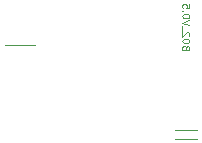
<source format=gbr>
%TF.GenerationSoftware,KiCad,Pcbnew,7.0.10*%
%TF.CreationDate,2024-11-13T10:28:54-08:00*%
%TF.ProjectId,ballBearingFPC241113,62616c6c-4265-4617-9269-6e6746504332,rev?*%
%TF.SameCoordinates,Original*%
%TF.FileFunction,Legend,Bot*%
%TF.FilePolarity,Positive*%
%FSLAX46Y46*%
G04 Gerber Fmt 4.6, Leading zero omitted, Abs format (unit mm)*
G04 Created by KiCad (PCBNEW 7.0.10) date 2024-11-13 10:28:54*
%MOMM*%
%LPD*%
G01*
G04 APERTURE LIST*
G04 Aperture macros list*
%AMRoundRect*
0 Rectangle with rounded corners*
0 $1 Rounding radius*
0 $2 $3 $4 $5 $6 $7 $8 $9 X,Y pos of 4 corners*
0 Add a 4 corners polygon primitive as box body*
4,1,4,$2,$3,$4,$5,$6,$7,$8,$9,$2,$3,0*
0 Add four circle primitives for the rounded corners*
1,1,$1+$1,$2,$3*
1,1,$1+$1,$4,$5*
1,1,$1+$1,$6,$7*
1,1,$1+$1,$8,$9*
0 Add four rect primitives between the rounded corners*
20,1,$1+$1,$2,$3,$4,$5,0*
20,1,$1+$1,$4,$5,$6,$7,0*
20,1,$1+$1,$6,$7,$8,$9,0*
20,1,$1+$1,$8,$9,$2,$3,0*%
G04 Aperture macros list end*
%ADD10C,0.100000*%
%ADD11RoundRect,0.075000X0.239618X-0.635479X0.373269X-0.567380X-0.239618X0.635479X-0.373269X0.567380X0*%
%ADD12RoundRect,0.075000X-0.239618X0.635479X-0.373269X0.567380X0.239618X-0.635479X0.373269X-0.567380X0*%
%ADD13RoundRect,0.075000X0.075000X0.675000X-0.075000X0.675000X-0.075000X-0.675000X0.075000X-0.675000X0*%
%ADD14C,0.700000*%
G04 APERTURE END LIST*
D10*
X-1239000Y-6410400D02*
X1261000Y-6410400D01*
X13158881Y-14345446D02*
X14997881Y-14345446D01*
X13158881Y-13542973D02*
X14997881Y-13542973D01*
X14053914Y-6601753D02*
X14025342Y-6516039D01*
X14025342Y-6516039D02*
X13996771Y-6487468D01*
X13996771Y-6487468D02*
X13939628Y-6458896D01*
X13939628Y-6458896D02*
X13853914Y-6458896D01*
X13853914Y-6458896D02*
X13796771Y-6487468D01*
X13796771Y-6487468D02*
X13768200Y-6516039D01*
X13768200Y-6516039D02*
X13739628Y-6573182D01*
X13739628Y-6573182D02*
X13739628Y-6801753D01*
X13739628Y-6801753D02*
X14339628Y-6801753D01*
X14339628Y-6801753D02*
X14339628Y-6601753D01*
X14339628Y-6601753D02*
X14311057Y-6544611D01*
X14311057Y-6544611D02*
X14282485Y-6516039D01*
X14282485Y-6516039D02*
X14225342Y-6487468D01*
X14225342Y-6487468D02*
X14168200Y-6487468D01*
X14168200Y-6487468D02*
X14111057Y-6516039D01*
X14111057Y-6516039D02*
X14082485Y-6544611D01*
X14082485Y-6544611D02*
X14053914Y-6601753D01*
X14053914Y-6601753D02*
X14053914Y-6801753D01*
X14339628Y-6087468D02*
X14339628Y-6030325D01*
X14339628Y-6030325D02*
X14311057Y-5973182D01*
X14311057Y-5973182D02*
X14282485Y-5944611D01*
X14282485Y-5944611D02*
X14225342Y-5916039D01*
X14225342Y-5916039D02*
X14111057Y-5887468D01*
X14111057Y-5887468D02*
X13968200Y-5887468D01*
X13968200Y-5887468D02*
X13853914Y-5916039D01*
X13853914Y-5916039D02*
X13796771Y-5944611D01*
X13796771Y-5944611D02*
X13768200Y-5973182D01*
X13768200Y-5973182D02*
X13739628Y-6030325D01*
X13739628Y-6030325D02*
X13739628Y-6087468D01*
X13739628Y-6087468D02*
X13768200Y-6144611D01*
X13768200Y-6144611D02*
X13796771Y-6173182D01*
X13796771Y-6173182D02*
X13853914Y-6201753D01*
X13853914Y-6201753D02*
X13968200Y-6230325D01*
X13968200Y-6230325D02*
X14111057Y-6230325D01*
X14111057Y-6230325D02*
X14225342Y-6201753D01*
X14225342Y-6201753D02*
X14282485Y-6173182D01*
X14282485Y-6173182D02*
X14311057Y-6144611D01*
X14311057Y-6144611D02*
X14339628Y-6087468D01*
X14282485Y-5658896D02*
X14311057Y-5630324D01*
X14311057Y-5630324D02*
X14339628Y-5573182D01*
X14339628Y-5573182D02*
X14339628Y-5430324D01*
X14339628Y-5430324D02*
X14311057Y-5373182D01*
X14311057Y-5373182D02*
X14282485Y-5344610D01*
X14282485Y-5344610D02*
X14225342Y-5316039D01*
X14225342Y-5316039D02*
X14168200Y-5316039D01*
X14168200Y-5316039D02*
X14082485Y-5344610D01*
X14082485Y-5344610D02*
X13739628Y-5687467D01*
X13739628Y-5687467D02*
X13739628Y-5316039D01*
X13682485Y-5201753D02*
X13682485Y-4744610D01*
X14339628Y-4687467D02*
X13739628Y-4487467D01*
X13739628Y-4487467D02*
X14339628Y-4287467D01*
X14339628Y-3973181D02*
X14339628Y-3916038D01*
X14339628Y-3916038D02*
X14311057Y-3858895D01*
X14311057Y-3858895D02*
X14282485Y-3830324D01*
X14282485Y-3830324D02*
X14225342Y-3801752D01*
X14225342Y-3801752D02*
X14111057Y-3773181D01*
X14111057Y-3773181D02*
X13968200Y-3773181D01*
X13968200Y-3773181D02*
X13853914Y-3801752D01*
X13853914Y-3801752D02*
X13796771Y-3830324D01*
X13796771Y-3830324D02*
X13768200Y-3858895D01*
X13768200Y-3858895D02*
X13739628Y-3916038D01*
X13739628Y-3916038D02*
X13739628Y-3973181D01*
X13739628Y-3973181D02*
X13768200Y-4030324D01*
X13768200Y-4030324D02*
X13796771Y-4058895D01*
X13796771Y-4058895D02*
X13853914Y-4087466D01*
X13853914Y-4087466D02*
X13968200Y-4116038D01*
X13968200Y-4116038D02*
X14111057Y-4116038D01*
X14111057Y-4116038D02*
X14225342Y-4087466D01*
X14225342Y-4087466D02*
X14282485Y-4058895D01*
X14282485Y-4058895D02*
X14311057Y-4030324D01*
X14311057Y-4030324D02*
X14339628Y-3973181D01*
X13796771Y-3516037D02*
X13768200Y-3487466D01*
X13768200Y-3487466D02*
X13739628Y-3516037D01*
X13739628Y-3516037D02*
X13768200Y-3544609D01*
X13768200Y-3544609D02*
X13796771Y-3516037D01*
X13796771Y-3516037D02*
X13739628Y-3516037D01*
X14339628Y-2944609D02*
X14339628Y-3230323D01*
X14339628Y-3230323D02*
X14053914Y-3258895D01*
X14053914Y-3258895D02*
X14082485Y-3230323D01*
X14082485Y-3230323D02*
X14111057Y-3173181D01*
X14111057Y-3173181D02*
X14111057Y-3030323D01*
X14111057Y-3030323D02*
X14082485Y-2973181D01*
X14082485Y-2973181D02*
X14053914Y-2944609D01*
X14053914Y-2944609D02*
X13996771Y-2916038D01*
X13996771Y-2916038D02*
X13853914Y-2916038D01*
X13853914Y-2916038D02*
X13796771Y-2944609D01*
X13796771Y-2944609D02*
X13768200Y-2973181D01*
X13768200Y-2973181D02*
X13739628Y-3030323D01*
X13739628Y-3030323D02*
X13739628Y-3173181D01*
X13739628Y-3173181D02*
X13768200Y-3230323D01*
X13768200Y-3230323D02*
X13796771Y-3258895D01*
%LPC*%
D11*
%TO.C,J5*%
X11850617Y9293035D03*
X11405114Y9066040D03*
X10963175Y8840861D03*
D12*
X10514108Y8612049D03*
D11*
X10068604Y8385054D03*
X9623101Y8158059D03*
%TD*%
D13*
%TO.C,J1*%
X14507000Y-16390400D03*
X14007000Y-16390400D03*
X13511000Y-16390400D03*
X13007000Y-16390400D03*
X12507000Y-16390400D03*
X12007000Y-16390400D03*
%TD*%
D14*
%TO.C,L2*%
X0Y3568000D03*
X500000Y-6980000D03*
X-500000Y-6980000D03*
%TD*%
%LPD*%
M02*

</source>
